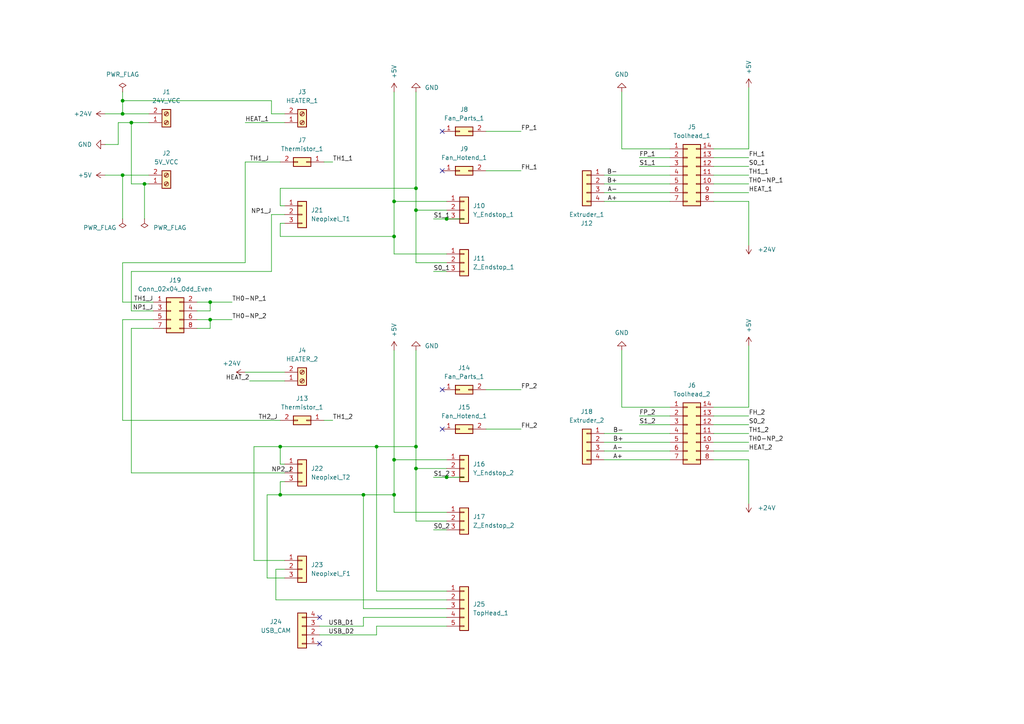
<source format=kicad_sch>
(kicad_sch (version 20211123) (generator eeschema)
  (paper "A4")
  (lib_symbols
    (symbol "Connector:Screw_Terminal_01x02" (pin_names (offset 1.016) hide)
      (property "Reference" "J" (at 0 2.54 0))
      (property "Value" "Screw_Terminal_01x02" (at 0 -5.08 0))
      (symbol "Screw_Terminal_01x02_1_1"
        (rectangle (start -1.27 1.27) (end 1.27 -3.81) (stroke (width 0.254)) (fill (type background)))
        (circle (center 0 -2.54) (radius 0.635) (stroke (width 0.1524)))
        (polyline (pts (xy -0.5334 -2.2098) (xy 0.3302 -3.048)) (stroke (width 0.1524)))
        (polyline (pts (xy -0.5334 0.3302) (xy 0.3302 -0.508)) (stroke (width 0.1524)))
        (polyline (pts (xy -0.3556 -2.032) (xy 0.508 -2.8702)) (stroke (width 0.1524)))
        (polyline (pts (xy -0.3556 0.508) (xy 0.508 -0.3302)) (stroke (width 0.1524)))
        (circle (center 0 0) (radius 0.635) (stroke (width 0.1524)))
        (pin passive line (at -5.08 0 0) (length 3.81) (name "Pin_1") (number "1"))
        (pin passive line (at -5.08 -2.54 0) (length 3.81) (name "Pin_2") (number "2"))
      )
    )
    (symbol "Connector_Generic:Conn_01x03" (pin_names (offset 1.016) hide)
      (property "Reference" "J" (at 0 5.08 0))
      (property "Value" "Conn_01x03" (at 0 -5.08 0))
      (symbol "Conn_01x03_1_1"
        (rectangle (start -1.27 -2.413) (end 0 -2.667) (stroke (width 0.1524)))
        (rectangle (start -1.27 0.127) (end 0 -0.127) (stroke (width 0.1524)))
        (rectangle (start -1.27 2.667) (end 0 2.413) (stroke (width 0.1524)))
        (rectangle (start -1.27 3.81) (end 1.27 -3.81) (stroke (width 0.254)) (fill (type background)))
        (pin passive line (at -5.08 2.54 0) (length 3.81) (name "Pin_1") (number "1"))
        (pin passive line (at -5.08 0 0) (length 3.81) (name "Pin_2") (number "2"))
        (pin passive line (at -5.08 -2.54 0) (length 3.81) (name "Pin_3") (number "3"))
      )
    )
    (symbol "Connector_Generic:Conn_01x04" (pin_names (offset 1.016) hide)
      (property "Reference" "J" (at 0 5.08 0))
      (property "Value" "Conn_01x04" (at 0 -7.62 0))
      (symbol "Conn_01x04_1_1"
        (rectangle (start -1.27 -4.953) (end 0 -5.207) (stroke (width 0.1524)))
        (rectangle (start -1.27 -2.413) (end 0 -2.667) (stroke (width 0.1524)))
        (rectangle (start -1.27 0.127) (end 0 -0.127) (stroke (width 0.1524)))
        (rectangle (start -1.27 2.667) (end 0 2.413) (stroke (width 0.1524)))
        (rectangle (start -1.27 3.81) (end 1.27 -6.35) (stroke (width 0.254)) (fill (type background)))
        (pin passive line (at -5.08 2.54 0) (length 3.81) (name "Pin_1") (number "1"))
        (pin passive line (at -5.08 0 0) (length 3.81) (name "Pin_2") (number "2"))
        (pin passive line (at -5.08 -2.54 0) (length 3.81) (name "Pin_3") (number "3"))
        (pin passive line (at -5.08 -5.08 0) (length 3.81) (name "Pin_4") (number "4"))
      )
    )
    (symbol "Connector_Generic:Conn_01x05" (pin_names (offset 1.016) hide)
      (property "Reference" "J" (at 0 7.62 0))
      (property "Value" "Conn_01x05" (at 0 -7.62 0))
      (symbol "Conn_01x05_1_1"
        (rectangle (start -1.27 -4.953) (end 0 -5.207) (stroke (width 0.1524)))
        (rectangle (start -1.27 -2.413) (end 0 -2.667) (stroke (width 0.1524)))
        (rectangle (start -1.27 0.127) (end 0 -0.127) (stroke (width 0.1524)))
        (rectangle (start -1.27 2.667) (end 0 2.413) (stroke (width 0.1524)))
        (rectangle (start -1.27 5.207) (end 0 4.953) (stroke (width 0.1524)))
        (rectangle (start -1.27 6.35) (end 1.27 -6.35) (stroke (width 0.254)) (fill (type background)))
        (pin passive line (at -5.08 5.08 0) (length 3.81) (name "Pin_1") (number "1"))
        (pin passive line (at -5.08 2.54 0) (length 3.81) (name "Pin_2") (number "2"))
        (pin passive line (at -5.08 0 0) (length 3.81) (name "Pin_3") (number "3"))
        (pin passive line (at -5.08 -2.54 0) (length 3.81) (name "Pin_4") (number "4"))
        (pin passive line (at -5.08 -5.08 0) (length 3.81) (name "Pin_5") (number "5"))
      )
    )
    (symbol "Connector_Generic:Conn_02x01" (pin_names (offset 1.016) hide)
      (property "Reference" "J" (at 1.27 2.54 0))
      (property "Value" "Conn_02x01" (at 1.27 -2.54 0))
      (symbol "Conn_02x01_1_1"
        (rectangle (start -1.27 0.127) (end 0 -0.127) (stroke (width 0.1524)))
        (rectangle (start -1.27 1.27) (end 3.81 -1.27) (stroke (width 0.254)) (fill (type background)))
        (rectangle (start 3.81 0.127) (end 2.54 -0.127) (stroke (width 0.1524)))
        (pin passive line (at -5.08 0 0) (length 3.81) (name "Pin_1") (number "1"))
        (pin passive line (at 7.62 0 180) (length 3.81) (name "Pin_2") (number "2"))
      )
    )
    (symbol "Connector_Generic:Conn_02x04_Odd_Even" (pin_names (offset 1.016) hide)
      (property "Reference" "J" (at 1.27 5.08 0))
      (property "Value" "Conn_02x04_Odd_Even" (at 1.27 -7.62 0))
      (symbol "Conn_02x04_Odd_Even_1_1"
        (rectangle (start -1.27 -4.953) (end 0 -5.207) (stroke (width 0.1524)))
        (rectangle (start -1.27 -2.413) (end 0 -2.667) (stroke (width 0.1524)))
        (rectangle (start -1.27 0.127) (end 0 -0.127) (stroke (width 0.1524)))
        (rectangle (start -1.27 2.667) (end 0 2.413) (stroke (width 0.1524)))
        (rectangle (start -1.27 3.81) (end 3.81 -6.35) (stroke (width 0.254)) (fill (type background)))
        (rectangle (start 3.81 -4.953) (end 2.54 -5.207) (stroke (width 0.1524)))
        (rectangle (start 3.81 -2.413) (end 2.54 -2.667) (stroke (width 0.1524)))
        (rectangle (start 3.81 0.127) (end 2.54 -0.127) (stroke (width 0.1524)))
        (rectangle (start 3.81 2.667) (end 2.54 2.413) (stroke (width 0.1524)))
        (pin passive line (at -5.08 2.54 0) (length 3.81) (name "Pin_1") (number "1"))
        (pin passive line (at 7.62 2.54 180) (length 3.81) (name "Pin_2") (number "2"))
        (pin passive line (at -5.08 0 0) (length 3.81) (name "Pin_3") (number "3"))
        (pin passive line (at 7.62 0 180) (length 3.81) (name "Pin_4") (number "4"))
        (pin passive line (at -5.08 -2.54 0) (length 3.81) (name "Pin_5") (number "5"))
        (pin passive line (at 7.62 -2.54 180) (length 3.81) (name "Pin_6") (number "6"))
        (pin passive line (at -5.08 -5.08 0) (length 3.81) (name "Pin_7") (number "7"))
        (pin passive line (at 7.62 -5.08 180) (length 3.81) (name "Pin_8") (number "8"))
      )
    )
    (symbol "Connector_Generic:Conn_02x07_Counter_Clockwise" (pin_names (offset 1.016) hide)
      (property "Reference" "J" (at 1.27 10.16 0))
      (property "Value" "Conn_02x07_Counter_Clockwise" (at 1.27 -10.16 0))
      (symbol "Conn_02x07_Counter_Clockwise_1_1"
        (rectangle (start -1.27 -7.493) (end 0 -7.747) (stroke (width 0.1524)))
        (rectangle (start -1.27 -4.953) (end 0 -5.207) (stroke (width 0.1524)))
        (rectangle (start -1.27 -2.413) (end 0 -2.667) (stroke (width 0.1524)))
        (rectangle (start -1.27 0.127) (end 0 -0.127) (stroke (width 0.1524)))
        (rectangle (start -1.27 2.667) (end 0 2.413) (stroke (width 0.1524)))
        (rectangle (start -1.27 5.207) (end 0 4.953) (stroke (width 0.1524)))
        (rectangle (start -1.27 7.747) (end 0 7.493) (stroke (width 0.1524)))
        (rectangle (start -1.27 8.89) (end 3.81 -8.89) (stroke (width 0.254)) (fill (type background)))
        (rectangle (start 3.81 -7.493) (end 2.54 -7.747) (stroke (width 0.1524)))
        (rectangle (start 3.81 -4.953) (end 2.54 -5.207) (stroke (width 0.1524)))
        (rectangle (start 3.81 -2.413) (end 2.54 -2.667) (stroke (width 0.1524)))
        (rectangle (start 3.81 0.127) (end 2.54 -0.127) (stroke (width 0.1524)))
        (rectangle (start 3.81 2.667) (end 2.54 2.413) (stroke (width 0.1524)))
        (rectangle (start 3.81 5.207) (end 2.54 4.953) (stroke (width 0.1524)))
        (rectangle (start 3.81 7.747) (end 2.54 7.493) (stroke (width 0.1524)))
        (pin passive line (at -5.08 7.62 0) (length 3.81) (name "Pin_1") (number "1"))
        (pin passive line (at 7.62 -2.54 180) (length 3.81) (name "Pin_10") (number "10"))
        (pin passive line (at 7.62 0 180) (length 3.81) (name "Pin_11") (number "11"))
        (pin passive line (at 7.62 2.54 180) (length 3.81) (name "Pin_12") (number "12"))
        (pin passive line (at 7.62 5.08 180) (length 3.81) (name "Pin_13") (number "13"))
        (pin passive line (at 7.62 7.62 180) (length 3.81) (name "Pin_14") (number "14"))
        (pin passive line (at -5.08 5.08 0) (length 3.81) (name "Pin_2") (number "2"))
        (pin passive line (at -5.08 2.54 0) (length 3.81) (name "Pin_3") (number "3"))
        (pin passive line (at -5.08 0 0) (length 3.81) (name "Pin_4") (number "4"))
        (pin passive line (at -5.08 -2.54 0) (length 3.81) (name "Pin_5") (number "5"))
        (pin passive line (at -5.08 -5.08 0) (length 3.81) (name "Pin_6") (number "6"))
        (pin passive line (at -5.08 -7.62 0) (length 3.81) (name "Pin_7") (number "7"))
        (pin passive line (at 7.62 -7.62 180) (length 3.81) (name "Pin_8") (number "8"))
        (pin passive line (at 7.62 -5.08 180) (length 3.81) (name "Pin_9") (number "9"))
      )
    )
    (symbol "power:+24V" (power) (pin_names (offset 0))
      (property "Value" "+24V" (at 0 3.556 0))
      (symbol "+24V_0_1"
        (polyline (pts (xy -0.762 1.27) (xy 0 2.54)))
        (polyline (pts (xy 0 0) (xy 0 2.54)))
        (polyline (pts (xy 0 2.54) (xy 0.762 1.27)))
      )
      (symbol "+24V_1_1"
        (pin power_in line (at 0 0 90) (length 0) hide (name "+24V") (number "1"))
      )
    )
    (symbol "power:+5V" (power) (pin_names (offset 0))
      (property "Value" "+5V" (at 0 3.556 0))
      (symbol "+5V_0_1"
        (polyline (pts (xy -0.762 1.27) (xy 0 2.54)))
        (polyline (pts (xy 0 0) (xy 0 2.54)))
        (polyline (pts (xy 0 2.54) (xy 0.762 1.27)))
      )
      (symbol "+5V_1_1"
        (pin power_in line (at 0 0 90) (length 0) hide (name "+5V") (number "1"))
      )
    )
    (symbol "power:GND" (power) (pin_names (offset 0))
      (property "Value" "GND" (at 0 -3.81 0))
      (symbol "GND_0_1"
        (polyline (pts (xy 0 0) (xy 0 -1.27) (xy 1.27 -1.27) (xy 0 -2.54) (xy -1.27 -1.27) (xy 0 -1.27)))
      )
      (symbol "GND_1_1"
        (pin power_in line (at 0 0 270) (length 0) hide (name "GND") (number "1"))
      )
    )
    (symbol "power:PWR_FLAG" (power) (pin_numbers hide) (pin_names (offset 0) hide)
      (property "Value" "PWR_FLAG" (at 0 3.81 0))
      (symbol "PWR_FLAG_0_0"
        (pin power_out line (at 0 0 90) (length 0) (name "pwr") (number "1"))
      )
      (symbol "PWR_FLAG_0_1"
        (polyline (pts (xy 0 0) (xy 0 1.27) (xy -1.016 1.905) (xy 0 2.54) (xy 1.016 1.905) (xy 0 1.27)))
      )
    )
  )
  (junction (at 35.56 50.8))
  (junction (at 41.91 53.34))
  (junction (at 129.54 138.43))
  (junction (at 114.3 133.35))
  (junction (at 81.28 129.54))
  (junction (at 120.65 135.89))
  (junction (at 105.41 143.51))
  (junction (at 114.3 143.51))
  (junction (at 81.28 143.51))
  (junction (at 120.65 129.54))
  (junction (at 120.65 54.61))
  (junction (at 38.1 35.56))
  (junction (at 120.65 60.96))
  (junction (at 129.54 63.5))
  (junction (at 35.56 33.02))
  (junction (at 60.96 92.71))
  (junction (at 109.22 129.54))
  (junction (at 114.3 58.42))
  (junction (at 35.56 29.21))
  (junction (at 114.3 68.58))
  (junction (at 60.96 87.63))
  (no_connect (at 128.27 124.46))
  (no_connect (at 128.27 38.1))
  (no_connect (at 128.27 49.53))
  (no_connect (at 92.71 179.07))
  (no_connect (at 128.27 113.03))
  (no_connect (at 92.71 186.69))
  (wire (pts (xy 71.12 46.99) (xy 71.12 76.2)))
  (wire (pts (xy 175.26 133.35) (xy 194.31 133.35)))
  (wire (pts (xy 217.17 48.26) (xy 207.01 48.26)))
  (wire (pts (xy 80.01 165.1) (xy 80.01 173.99)))
  (wire (pts (xy 114.3 68.58) (xy 114.3 73.66)))
  (wire (pts (xy 105.41 176.53) (xy 105.41 143.51)))
  (wire (pts (xy 217.17 118.11) (xy 207.01 118.11)))
  (wire (pts (xy 114.3 148.59) (xy 114.3 143.51)))
  (wire (pts (xy 82.55 64.77) (xy 81.28 64.77)))
  (wire (pts (xy 175.26 128.27) (xy 194.31 128.27)))
  (wire (pts (xy 38.1 35.56) (xy 38.1 53.34)))
  (wire (pts (xy 35.56 63.5) (xy 35.56 50.8)))
  (wire (pts (xy 35.56 76.2) (xy 35.56 87.63)))
  (wire (pts (xy 35.56 121.92) (xy 35.56 92.71)))
  (wire (pts (xy 82.55 162.56) (xy 73.66 162.56)))
  (wire (pts (xy 185.42 45.72) (xy 194.31 45.72)))
  (wire (pts (xy 73.66 162.56) (xy 73.66 129.54)))
  (wire (pts (xy 151.13 113.03) (xy 140.97 113.03)))
  (wire (pts (xy 129.54 60.96) (xy 120.65 60.96)))
  (wire (pts (xy 129.54 58.42) (xy 114.3 58.42)))
  (wire (pts (xy 194.31 55.88) (xy 175.26 55.88)))
  (wire (pts (xy 120.65 135.89) (xy 120.65 151.13)))
  (wire (pts (xy 185.42 123.19) (xy 194.31 123.19)))
  (wire (pts (xy 120.65 129.54) (xy 120.65 135.89)))
  (wire (pts (xy 207.01 58.42) (xy 217.17 58.42)))
  (wire (pts (xy 78.74 62.23) (xy 78.74 78.74)))
  (wire (pts (xy 82.55 167.64) (xy 77.47 167.64)))
  (wire (pts (xy 34.29 35.56) (xy 38.1 35.56)))
  (wire (pts (xy 71.12 46.99) (xy 81.28 46.99)))
  (wire (pts (xy 60.96 95.25) (xy 60.96 92.71)))
  (wire (pts (xy 38.1 35.56) (xy 43.18 35.56)))
  (wire (pts (xy 57.15 95.25) (xy 60.96 95.25)))
  (wire (pts (xy 78.74 62.23) (xy 82.55 62.23)))
  (wire (pts (xy 30.48 41.91) (xy 34.29 41.91)))
  (wire (pts (xy 77.47 143.51) (xy 81.28 143.51)))
  (wire (pts (xy 38.1 78.74) (xy 38.1 90.17)))
  (wire (pts (xy 38.1 90.17) (xy 44.45 90.17)))
  (wire (pts (xy 175.26 125.73) (xy 194.31 125.73)))
  (wire (pts (xy 129.54 171.45) (xy 109.22 171.45)))
  (wire (pts (xy 82.55 134.62) (xy 81.28 134.62)))
  (wire (pts (xy 35.56 33.02) (xy 30.48 33.02)))
  (wire (pts (xy 105.41 179.07) (xy 129.54 179.07)))
  (wire (pts (xy 78.74 33.02) (xy 78.74 29.21)))
  (wire (pts (xy 41.91 63.5) (xy 41.91 53.34)))
  (wire (pts (xy 72.39 110.49) (xy 82.55 110.49)))
  (wire (pts (xy 180.34 118.11) (xy 194.31 118.11)))
  (wire (pts (xy 82.55 33.02) (xy 78.74 33.02)))
  (wire (pts (xy 217.17 25.4) (xy 217.17 43.18)))
  (wire (pts (xy 129.54 151.13) (xy 120.65 151.13)))
  (wire (pts (xy 109.22 184.15) (xy 109.22 181.61)))
  (wire (pts (xy 57.15 92.71) (xy 60.96 92.71)))
  (wire (pts (xy 80.01 173.99) (xy 129.54 173.99)))
  (wire (pts (xy 217.17 53.34) (xy 207.01 53.34)))
  (wire (pts (xy 114.3 26.67) (xy 114.3 58.42)))
  (wire (pts (xy 81.28 143.51) (xy 105.41 143.51)))
  (wire (pts (xy 81.28 121.92) (xy 35.56 121.92)))
  (wire (pts (xy 35.56 29.21) (xy 78.74 29.21)))
  (wire (pts (xy 82.55 137.16) (xy 38.1 137.16)))
  (wire (pts (xy 60.96 92.71) (xy 67.31 92.71)))
  (wire (pts (xy 81.28 54.61) (xy 120.65 54.61)))
  (wire (pts (xy 109.22 181.61) (xy 129.54 181.61)))
  (wire (pts (xy 57.15 90.17) (xy 60.96 90.17)))
  (wire (pts (xy 82.55 59.69) (xy 81.28 59.69)))
  (wire (pts (xy 185.42 120.65) (xy 194.31 120.65)))
  (wire (pts (xy 105.41 181.61) (xy 105.41 179.07)))
  (wire (pts (xy 35.56 26.67) (xy 35.56 29.21)))
  (wire (pts (xy 217.17 43.18) (xy 207.01 43.18)))
  (wire (pts (xy 120.65 54.61) (xy 120.65 60.96)))
  (wire (pts (xy 92.71 181.61) (xy 105.41 181.61)))
  (wire (pts (xy 217.17 120.65) (xy 207.01 120.65)))
  (wire (pts (xy 129.54 76.2) (xy 120.65 76.2)))
  (wire (pts (xy 81.28 129.54) (xy 109.22 129.54)))
  (wire (pts (xy 82.55 139.7) (xy 81.28 139.7)))
  (wire (pts (xy 217.17 50.8) (xy 207.01 50.8)))
  (wire (pts (xy 125.73 153.67) (xy 129.54 153.67)))
  (wire (pts (xy 109.22 171.45) (xy 109.22 129.54)))
  (wire (pts (xy 180.34 26.67) (xy 180.34 43.18)))
  (wire (pts (xy 35.56 92.71) (xy 44.45 92.71)))
  (wire (pts (xy 180.34 101.6) (xy 180.34 118.11)))
  (wire (pts (xy 30.48 50.8) (xy 35.56 50.8)))
  (wire (pts (xy 207.01 133.35) (xy 217.17 133.35)))
  (wire (pts (xy 96.52 46.99) (xy 93.98 46.99)))
  (wire (pts (xy 217.17 58.42) (xy 217.17 71.12)))
  (wire (pts (xy 114.3 58.42) (xy 114.3 68.58)))
  (wire (pts (xy 129.54 138.43) (xy 134.62 138.43)))
  (wire (pts (xy 81.28 64.77) (xy 81.28 68.58)))
  (wire (pts (xy 194.31 58.42) (xy 175.26 58.42)))
  (wire (pts (xy 180.34 43.18) (xy 194.31 43.18)))
  (wire (pts (xy 38.1 53.34) (xy 41.91 53.34)))
  (wire (pts (xy 60.96 87.63) (xy 67.31 87.63)))
  (wire (pts (xy 92.71 184.15) (xy 109.22 184.15)))
  (wire (pts (xy 82.55 165.1) (xy 80.01 165.1)))
  (wire (pts (xy 43.18 50.8) (xy 35.56 50.8)))
  (wire (pts (xy 120.65 101.6) (xy 120.65 129.54)))
  (wire (pts (xy 78.74 78.74) (xy 38.1 78.74)))
  (wire (pts (xy 217.17 123.19) (xy 207.01 123.19)))
  (wire (pts (xy 35.56 29.21) (xy 35.56 33.02)))
  (wire (pts (xy 38.1 137.16) (xy 38.1 95.25)))
  (wire (pts (xy 151.13 38.1) (xy 140.97 38.1)))
  (wire (pts (xy 129.54 133.35) (xy 114.3 133.35)))
  (wire (pts (xy 129.54 63.5) (xy 134.62 63.5)))
  (wire (pts (xy 129.54 148.59) (xy 114.3 148.59)))
  (wire (pts (xy 175.26 130.81) (xy 194.31 130.81)))
  (wire (pts (xy 129.54 135.89) (xy 120.65 135.89)))
  (wire (pts (xy 129.54 176.53) (xy 105.41 176.53)))
  (wire (pts (xy 120.65 26.67) (xy 120.65 54.61)))
  (wire (pts (xy 217.17 125.73) (xy 207.01 125.73)))
  (wire (pts (xy 71.12 76.2) (xy 35.56 76.2)))
  (wire (pts (xy 114.3 133.35) (xy 114.3 143.51)))
  (wire (pts (xy 34.29 41.91) (xy 34.29 35.56)))
  (wire (pts (xy 114.3 101.6) (xy 114.3 133.35)))
  (wire (pts (xy 129.54 73.66) (xy 114.3 73.66)))
  (wire (pts (xy 194.31 53.34) (xy 175.26 53.34)))
  (wire (pts (xy 217.17 133.35) (xy 217.17 146.05)))
  (wire (pts (xy 125.73 63.5) (xy 129.54 63.5)))
  (wire (pts (xy 151.13 49.53) (xy 140.97 49.53)))
  (wire (pts (xy 81.28 134.62) (xy 81.28 129.54)))
  (wire (pts (xy 81.28 59.69) (xy 81.28 54.61)))
  (wire (pts (xy 217.17 100.33) (xy 217.17 118.11)))
  (wire (pts (xy 60.96 90.17) (xy 60.96 87.63)))
  (wire (pts (xy 217.17 130.81) (xy 207.01 130.81)))
  (wire (pts (xy 43.18 33.02) (xy 35.56 33.02)))
  (wire (pts (xy 71.12 35.56) (xy 82.55 35.56)))
  (wire (pts (xy 185.42 48.26) (xy 194.31 48.26)))
  (wire (pts (xy 57.15 87.63) (xy 60.96 87.63)))
  (wire (pts (xy 109.22 129.54) (xy 120.65 129.54)))
  (wire (pts (xy 35.56 87.63) (xy 44.45 87.63)))
  (wire (pts (xy 38.1 95.25) (xy 44.45 95.25)))
  (wire (pts (xy 175.26 50.8) (xy 194.31 50.8)))
  (wire (pts (xy 217.17 45.72) (xy 207.01 45.72)))
  (wire (pts (xy 105.41 143.51) (xy 114.3 143.51)))
  (wire (pts (xy 217.17 128.27) (xy 207.01 128.27)))
  (wire (pts (xy 217.17 55.88) (xy 207.01 55.88)))
  (wire (pts (xy 81.28 68.58) (xy 114.3 68.58)))
  (wire (pts (xy 43.18 53.34) (xy 41.91 53.34)))
  (wire (pts (xy 73.66 129.54) (xy 81.28 129.54)))
  (wire (pts (xy 77.47 167.64) (xy 77.47 143.51)))
  (wire (pts (xy 96.52 121.92) (xy 93.98 121.92)))
  (wire (pts (xy 125.73 138.43) (xy 129.54 138.43)))
  (wire (pts (xy 81.28 139.7) (xy 81.28 143.51)))
  (wire (pts (xy 125.73 78.74) (xy 129.54 78.74)))
  (wire (pts (xy 71.12 107.95) (xy 82.55 107.95)))
  (wire (pts (xy 120.65 60.96) (xy 120.65 76.2)))
  (wire (pts (xy 151.13 124.46) (xy 140.97 124.46)))
  (label "HEAT_1" (at 217.17 55.88 0))
  (label "TH0-NP_1" (at 217.17 53.34 0))
  (label "HEAT_2" (at 217.17 130.81 0))
  (label "S0_1" (at 217.17 48.26 0))
  (label "S0_1" (at 125.73 78.74 0))
  (label "S1_1" (at 125.73 63.5 0))
  (label "B-" (at 179.07 50.8 180))
  (label "B+" (at 177.8 128.27 0))
  (label "A+" (at 177.8 133.35 0))
  (label "FP_2" (at 185.42 120.65 0))
  (label "FH_1" (at 151.13 49.53 0))
  (label "S0_2" (at 125.73 153.67 0))
  (label "S0_2" (at 217.17 123.19 0))
  (label "TH1_J" (at 44.45 87.63 180))
  (label "HEAT_2" (at 72.39 110.49 180))
  (label "HEAT_1" (at 71.12 35.56 0))
  (label "TH1_1" (at 217.17 50.8 0))
  (label "FH_1" (at 217.17 45.72 0))
  (label "FH_2" (at 151.13 124.46 0))
  (label "A-" (at 179.07 55.88 180))
  (label "TH1_J" (at 72.39 46.99 0))
  (label "B+" (at 179.07 53.34 180))
  (label "USB_D1" (at 95.25 181.61 0))
  (label "FP_1" (at 185.42 45.72 0))
  (label "NP2_J" (at 78.74 137.16 0))
  (label "USB_D2" (at 95.25 184.15 0))
  (label "TH2_J" (at 74.93 121.92 0))
  (label "TH0-NP_2" (at 67.31 92.71 0))
  (label "FH_2" (at 217.17 120.65 0))
  (label "FP_1" (at 151.13 38.1 0))
  (label "TH1_2" (at 217.17 125.73 0))
  (label "B-" (at 177.8 125.73 0))
  (label "S1_2" (at 125.73 138.43 0))
  (label "S1_1" (at 185.42 48.26 0))
  (label "TH0-NP_1" (at 67.31 87.63 0))
  (label "A+" (at 179.07 58.42 180))
  (label "NP1_J" (at 44.45 90.17 180))
  (label "NP1_J" (at 78.74 62.23 180))
  (label "TH1_1" (at 96.52 46.99 0))
  (label "FP_2" (at 151.13 113.03 0))
  (label "TH0-NP_2" (at 217.17 128.27 0))
  (label "TH1_2" (at 96.52 121.92 0))
  (label "S1_2" (at 185.42 123.19 0))
  (label "A-" (at 177.8 130.81 0))
  (symbol (lib_id "Connector_Generic:Conn_01x03") (at 87.63 165.1 0) (unit 1)
    (property "Reference" "J23" (at 90.17 163.8299 0) (effects (justify left)))
    (property "Value" "Neopixel_F1" (at 90.17 166.3699 0) (effects (justify left)))
    (property "Footprint" "Connector_JST:JST_XH_B3B-XH-A_1x03_P2.50mm_Vertical" (effects hide))
  )
  (symbol (lib_id "power:+5V") (at 114.3 101.6 0) (unit 1)
    (property "Reference" "#PWR06" (effects hide))
    (property "Value" "+5V" (at 114.3001 97.79 90) (effects (justify left)))
  )
  (symbol (lib_id "Connector:Screw_Terminal_01x02") (at 87.63 110.49 0) (mirror x) (unit 1)
    (property "Reference" "J4" (at 87.63 101.6 0))
    (property "Value" "HEATER_2" (at 87.63 104.14 0))
    (property "Footprint" "TerminalBlock_RND:TerminalBlock_RND_205-00001_1x02_P5.00mm_Horizontal" (effects hide))
  )
  (symbol (lib_id "Connector_Generic:Conn_02x01") (at 88.9 46.99 0) (mirror y) (unit 1)
    (property "Reference" "J7" (at 87.63 40.64 0))
    (property "Value" "Thermistor_1" (at 87.63 43.18 0))
    (property "Footprint" "Connector_JST:JST_XH_B2B-XH-A_1x02_P2.50mm_Vertical" (effects hide))
  )
  (symbol (lib_id "Connector:Screw_Terminal_01x02") (at 48.26 53.34 0) (mirror x) (unit 1)
    (property "Reference" "J2" (at 48.26 44.45 0))
    (property "Value" "5V_VCC" (at 48.26 46.99 0))
    (property "Footprint" "TerminalBlock_RND:TerminalBlock_RND_205-00001_1x02_P5.00mm_Horizontal" (effects hide))
  )
  (symbol (lib_id "power:+24V") (at 217.17 71.12 180) (unit 1)
    (property "Reference" "#PWR012" (effects hide))
    (property "Value" "+24V" (at 219.71 72.3899 0) (effects (justify right)))
  )
  (symbol (lib_id "Connector_Generic:Conn_01x03") (at 134.62 76.2 0) (unit 1)
    (property "Reference" "J11" (at 137.16 74.9299 0) (effects (justify left)))
    (property "Value" "Z_Endstop_1" (at 137.16 77.4699 0) (effects (justify left)))
    (property "Footprint" "Connector_JST:JST_XH_B3B-XH-A_1x03_P2.50mm_Vertical" (effects hide))
  )
  (symbol (lib_id "Connector_Generic:Conn_01x03") (at 87.63 62.23 0) (unit 1)
    (property "Reference" "J21" (at 90.17 60.9599 0) (effects (justify left)))
    (property "Value" "Neopixel_T1" (at 90.17 63.4999 0) (effects (justify left)))
    (property "Footprint" "Connector_JST:JST_XH_B3B-XH-A_1x03_P2.50mm_Vertical" (effects hide))
  )
  (symbol (lib_id "power:+5V") (at 217.17 25.4 0) (unit 1)
    (property "Reference" "#PWR011" (effects hide))
    (property "Value" "+5V" (at 217.1701 21.59 90) (effects (justify left)))
  )
  (symbol (lib_id "Connector_Generic:Conn_01x04") (at 87.63 184.15 180) (unit 1)
    (property "Reference" "J24" (at 80.01 180.34 0))
    (property "Value" "USB_CAM" (at 80.01 182.88 0))
    (property "Footprint" "Connector_JST:JST_XH_B4B-XH-A_1x04_P2.50mm_Vertical" (effects hide))
  )
  (symbol (lib_id "power:+24V") (at 71.12 107.95 90) (unit 1)
    (property "Reference" "#PWR04" (effects hide))
    (property "Value" "+24V" (at 69.85 105.41 90) (effects (justify left)))
  )
  (symbol (lib_id "power:GND") (at 120.65 26.67 180) (unit 1)
    (property "Reference" "#PWR07" (effects hide))
    (property "Value" "GND" (at 123.19 25.3999 0) (effects (justify right)))
  )
  (symbol (lib_id "Connector_Generic:Conn_01x05") (at 134.62 176.53 0) (unit 1)
    (property "Reference" "J25" (at 137.16 175.2599 0) (effects (justify left)))
    (property "Value" "TopHead_1" (at 137.16 177.7999 0) (effects (justify left)))
    (property "Footprint" "Wasp-Board:Connector_Mag_05x_2.0mm" (effects hide))
  )
  (symbol (lib_id "power:PWR_FLAG") (at 35.56 63.5 180) (unit 1)
    (property "Reference" "#FLG02" (effects hide))
    (property "Value" "PWR_FLAG" (at 24.13 66.04 0) (effects (justify right)))
  )
  (symbol (lib_id "Connector_Generic:Conn_01x03") (at 134.62 151.13 0) (unit 1)
    (property "Reference" "J17" (at 137.16 149.8599 0) (effects (justify left)))
    (property "Value" "Z_Endstop_2" (at 137.16 152.3999 0) (effects (justify left)))
    (property "Footprint" "Connector_JST:JST_XH_B3B-XH-A_1x03_P2.50mm_Vertical" (effects hide))
  )
  (symbol (lib_id "power:+24V") (at 30.48 33.02 90) (unit 1)
    (property "Reference" "#PWR01" (effects hide))
    (property "Value" "+24V" (at 26.67 33.0199 90) (effects (justify left)))
  )
  (symbol (lib_id "Connector_Generic:Conn_02x04_Odd_Even") (at 49.53 90.17 0) (unit 1)
    (property "Reference" "J19" (at 50.8 81.28 0))
    (property "Value" "Conn_02x04_Odd_Even" (at 50.8 83.82 0))
    (property "Footprint" "Connector_PinHeader_2.54mm:PinHeader_2x04_P2.54mm_Vertical" (effects hide))
  )
  (symbol (lib_id "Connector_Generic:Conn_02x01") (at 88.9 121.92 0) (mirror y) (unit 1)
    (property "Reference" "J13" (at 87.63 115.57 0))
    (property "Value" "Thermistor_1" (at 87.63 118.11 0))
    (property "Footprint" "Connector_JST:JST_XH_B2B-XH-A_1x02_P2.50mm_Vertical" (effects hide))
  )
  (symbol (lib_id "Connector_Generic:Conn_02x01") (at 133.35 124.46 0) (unit 1)
    (property "Reference" "J15" (at 134.62 118.11 0))
    (property "Value" "Fan_Hotend_1" (at 134.62 120.65 0))
    (property "Footprint" "Connector_JST:JST_XH_B2B-XH-A_1x02_P2.50mm_Vertical" (effects hide))
  )
  (symbol (lib_id "power:+5V") (at 114.3 26.67 0) (unit 1)
    (property "Reference" "#PWR05" (effects hide))
    (property "Value" "+5V" (at 114.3001 22.86 90) (effects (justify left)))
  )
  (symbol (lib_id "Connector_Generic:Conn_02x01") (at 133.35 113.03 0) (unit 1)
    (property "Reference" "J14" (at 134.62 106.68 0))
    (property "Value" "Fan_Parts_1" (at 134.62 109.22 0))
    (property "Footprint" "Connector_JST:JST_XH_B2B-XH-A_1x02_P2.50mm_Vertical" (effects hide))
  )
  (symbol (lib_id "power:+24V") (at 217.17 146.05 180) (unit 1)
    (property "Reference" "#PWR014" (effects hide))
    (property "Value" "+24V" (at 219.71 147.3199 0) (effects (justify right)))
  )
  (symbol (lib_id "Connector_Generic:Conn_02x07_Counter_Clockwise") (at 199.39 50.8 0) (unit 1)
    (property "Reference" "J5" (at 200.66 36.83 0))
    (property "Value" "Toolhead_1" (at 200.66 39.37 0))
    (property "Footprint" "Connector_Molex:Molex_Micro-Fit_3.0_43045-1412_2x07_P3.00mm_Vertical" (effects hide))
  )
  (symbol (lib_id "power:+5V") (at 217.17 100.33 0) (unit 1)
    (property "Reference" "#PWR013" (effects hide))
    (property "Value" "+5V" (at 217.1701 96.52 90) (effects (justify left)))
  )
  (symbol (lib_id "Connector_Generic:Conn_01x03") (at 134.62 135.89 0) (unit 1)
    (property "Reference" "J16" (at 137.16 134.6199 0) (effects (justify left)))
    (property "Value" "Y_Endstop_2" (at 137.16 137.1599 0) (effects (justify left)))
    (property "Footprint" "Connector_JST:JST_XH_B3B-XH-A_1x03_P2.50mm_Vertical" (effects hide))
  )
  (symbol (lib_id "Connector:Screw_Terminal_01x02") (at 48.26 35.56 0) (mirror x) (unit 1)
    (property "Reference" "J1" (at 48.26 26.67 0))
    (property "Value" "24V_VCC" (at 48.26 29.21 0))
    (property "Footprint" "TerminalBlock_RND:TerminalBlock_RND_205-00001_1x02_P5.00mm_Horizontal" (effects hide))
  )
  (symbol (lib_id "Connector_Generic:Conn_01x04") (at 170.18 128.27 0) (mirror y) (unit 1)
    (property "Reference" "J18" (at 170.18 119.38 0))
    (property "Value" "Extruder_2" (at 170.18 121.92 0))
    (property "Footprint" "Connector_JST:JST_XH_B4B-XH-A_1x04_P2.50mm_Vertical" (effects hide))
  )
  (symbol (lib_id "Connector_Generic:Conn_01x04") (at 170.18 53.34 0) (mirror y) (unit 1)
    (property "Reference" "J12" (at 170.18 64.77 0))
    (property "Value" "Extruder_1" (at 170.18 62.23 0))
    (property "Footprint" "Connector_JST:JST_XH_B4B-XH-A_1x04_P2.50mm_Vertical" (effects hide))
  )
  (symbol (lib_id "Connector_Generic:Conn_01x03") (at 134.62 60.96 0) (unit 1)
    (property "Reference" "J10" (at 137.16 59.6899 0) (effects (justify left)))
    (property "Value" "Y_Endstop_1" (at 137.16 62.2299 0) (effects (justify left)))
    (property "Footprint" "Connector_JST:JST_XH_B3B-XH-A_1x03_P2.50mm_Vertical" (effects hide))
  )
  (symbol (lib_id "Connector_Generic:Conn_02x01") (at 133.35 49.53 0) (unit 1)
    (property "Reference" "J9" (at 134.62 43.18 0))
    (property "Value" "Fan_Hotend_1" (at 134.62 45.72 0))
    (property "Footprint" "Connector_JST:JST_XH_B2B-XH-A_1x02_P2.50mm_Vertical" (effects hide))
  )
  (symbol (lib_id "power:PWR_FLAG") (at 41.91 63.5 180) (unit 1)
    (property "Reference" "#FLG03" (effects hide))
    (property "Value" "PWR_FLAG" (at 44.45 66.04 0) (effects (justify right)))
  )
  (symbol (lib_id "power:GND") (at 180.34 101.6 180) (unit 1)
    (property "Reference" "#PWR010" (effects hide))
    (property "Value" "GND" (at 180.34 96.52 0))
  )
  (symbol (lib_id "power:GND") (at 30.48 41.91 270) (unit 1)
    (property "Reference" "#PWR02" (effects hide))
    (property "Value" "GND" (at 26.67 41.9099 90) (effects (justify right)))
  )
  (symbol (lib_id "Connector_Generic:Conn_02x01") (at 133.35 38.1 0) (unit 1)
    (property "Reference" "J8" (at 134.62 31.75 0))
    (property "Value" "Fan_Parts_1" (at 134.62 34.29 0))
    (property "Footprint" "Connector_JST:JST_XH_B2B-XH-A_1x02_P2.50mm_Vertical" (effects hide))
  )
  (symbol (lib_id "Connector_Generic:Conn_01x03") (at 87.63 137.16 0) (unit 1)
    (property "Reference" "J22" (at 90.17 135.8899 0) (effects (justify left)))
    (property "Value" "Neopixel_T2" (at 90.17 138.4299 0) (effects (justify left)))
    (property "Footprint" "Connector_JST:JST_XH_B3B-XH-A_1x03_P2.50mm_Vertical" (effects hide))
  )
  (symbol (lib_id "power:GND") (at 120.65 101.6 180) (unit 1)
    (property "Reference" "#PWR08" (effects hide))
    (property "Value" "GND" (at 123.19 100.3299 0) (effects (justify right)))
  )
  (symbol (lib_id "Connector:Screw_Terminal_01x02") (at 87.63 35.56 0) (mirror x) (unit 1)
    (property "Reference" "J3" (at 87.63 26.67 0))
    (property "Value" "HEATER_1" (at 87.63 29.21 0))
    (property "Footprint" "TerminalBlock_RND:TerminalBlock_RND_205-00001_1x02_P5.00mm_Horizontal" (effects hide))
  )
  (symbol (lib_id "power:+5V") (at 30.48 50.8 90) (unit 1)
    (property "Reference" "#PWR03" (effects hide))
    (property "Value" "+5V" (at 26.67 50.7999 90) (effects (justify left)))
  )
  (symbol (lib_id "power:GND") (at 180.34 26.67 180) (unit 1)
    (property "Reference" "#PWR09" (effects hide))
    (property "Value" "GND" (at 180.34 21.59 0))
  )
  (symbol (lib_id "power:PWR_FLAG") (at 35.56 26.67 0) (unit 1)
    (property "Reference" "#FLG01" (effects hide))
    (property "Value" "PWR_FLAG" (at 35.56 21.59 0))
  )
  (symbol (lib_id "Connector_Generic:Conn_02x07_Counter_Clockwise") (at 199.39 125.73 0) (unit 1)
    (property "Reference" "J6" (at 200.66 111.76 0))
    (property "Value" "Toolhead_2" (at 200.66 114.3 0))
    (property "Footprint" "Connector_Molex:Molex_Micro-Fit_3.0_43045-1412_2x07_P3.00mm_Vertical" (effects hide))
  )
)
</source>
